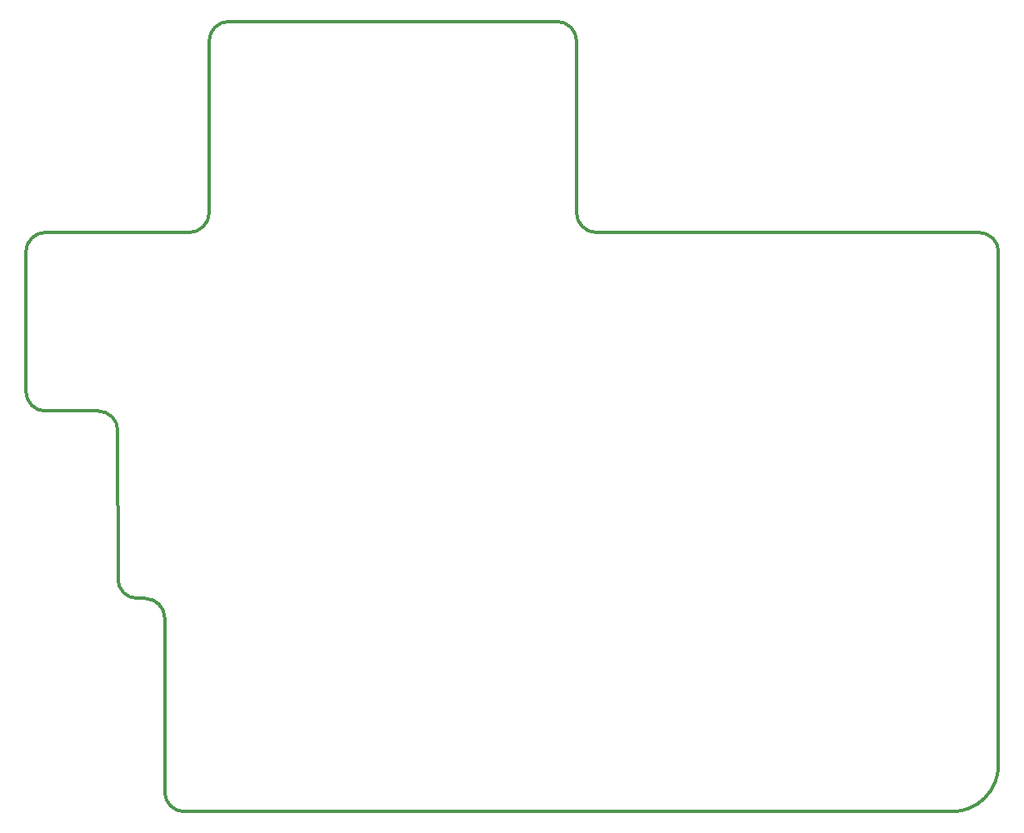
<source format=gm1>
G04 #@! TF.GenerationSoftware,KiCad,Pcbnew,8.0.5*
G04 #@! TF.CreationDate,2024-09-30T06:21:52+09:00*
G04 #@! TF.ProjectId,SandyLP_Plate_Base_LR,53616e64-794c-4505-9f50-6c6174655f42,v.0*
G04 #@! TF.SameCoordinates,Original*
G04 #@! TF.FileFunction,Profile,NP*
%FSLAX46Y46*%
G04 Gerber Fmt 4.6, Leading zero omitted, Abs format (unit mm)*
G04 Created by KiCad (PCBNEW 8.0.5) date 2024-09-30 06:21:52*
%MOMM*%
%LPD*%
G01*
G04 APERTURE LIST*
G04 #@! TA.AperFunction,Profile*
%ADD10C,0.300000*%
G04 #@! TD*
G04 APERTURE END LIST*
D10*
X198875470Y-57975280D02*
X198875470Y-72130055D01*
X206217658Y-74130055D02*
X200875470Y-74130055D01*
X208217658Y-76130055D02*
X208227193Y-91180007D01*
X210980158Y-93180007D02*
X210227193Y-93180007D01*
X212980158Y-95180007D02*
X212989693Y-112856530D01*
X215497345Y-55975280D02*
X200875470Y-55975280D01*
X217497345Y-36544030D02*
X217497345Y-53975280D01*
X252834845Y-34544030D02*
X219497345Y-34544030D01*
X254834845Y-36544030D02*
X254834845Y-53975280D01*
X292947345Y-114856530D02*
X214989693Y-114856530D01*
X295709845Y-55975280D02*
X256834845Y-55975280D01*
X297709845Y-57975280D02*
X297709845Y-110094030D01*
X198875470Y-57975280D02*
G75*
G02*
X200875470Y-55975345I1999975J-40D01*
G01*
X200875470Y-74130055D02*
G75*
G02*
X198875410Y-72130055I-125J1999935D01*
G01*
X206217658Y-74130055D02*
G75*
G02*
X208217610Y-76130055I-113J-2000065D01*
G01*
X210227193Y-93180007D02*
G75*
G02*
X208227158Y-91180007I-48J1999987D01*
G01*
X210980158Y-93180007D02*
G75*
G02*
X212980158Y-95180007I-113J-2000113D01*
G01*
X214989693Y-114856530D02*
G75*
G02*
X212989635Y-112856530I-48J2000010D01*
G01*
X217497345Y-36544030D02*
G75*
G02*
X219497345Y-34544020I2000100J-90D01*
G01*
X217497345Y-53975280D02*
G75*
G02*
X215497345Y-55975320I-2000000J-40D01*
G01*
X252834845Y-34544030D02*
G75*
G02*
X254834835Y-36544030I0J-1999990D01*
G01*
X256834845Y-55975280D02*
G75*
G02*
X254834785Y-53975280I0J2000060D01*
G01*
X295709845Y-55975280D02*
G75*
G02*
X297709885Y-57975280I0J-2000040D01*
G01*
X297709845Y-110094030D02*
G75*
G02*
X292947345Y-114856520I-4762500J10D01*
G01*
M02*

</source>
